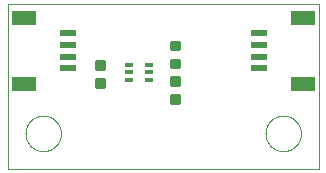
<source format=gtp>
G75*
%MOIN*%
%OFA0B0*%
%FSLAX25Y25*%
%IPPOS*%
%LPD*%
%AMOC8*
5,1,8,0,0,1.08239X$1,22.5*
%
%ADD10C,0.00000*%
%ADD11C,0.00875*%
%ADD12R,0.05315X0.02362*%
%ADD13R,0.07874X0.04724*%
%ADD14R,0.02953X0.01575*%
D10*
X0001400Y0001400D02*
X0001400Y0056518D01*
X0105022Y0056518D01*
X0105022Y0001400D01*
X0001400Y0001400D01*
X0007305Y0013211D02*
X0007307Y0013364D01*
X0007313Y0013518D01*
X0007323Y0013671D01*
X0007337Y0013823D01*
X0007355Y0013976D01*
X0007377Y0014127D01*
X0007402Y0014278D01*
X0007432Y0014429D01*
X0007466Y0014579D01*
X0007503Y0014727D01*
X0007544Y0014875D01*
X0007589Y0015021D01*
X0007638Y0015167D01*
X0007691Y0015311D01*
X0007747Y0015453D01*
X0007807Y0015594D01*
X0007871Y0015734D01*
X0007938Y0015872D01*
X0008009Y0016008D01*
X0008084Y0016142D01*
X0008161Y0016274D01*
X0008243Y0016404D01*
X0008327Y0016532D01*
X0008415Y0016658D01*
X0008506Y0016781D01*
X0008600Y0016902D01*
X0008698Y0017020D01*
X0008798Y0017136D01*
X0008902Y0017249D01*
X0009008Y0017360D01*
X0009117Y0017468D01*
X0009229Y0017573D01*
X0009343Y0017674D01*
X0009461Y0017773D01*
X0009580Y0017869D01*
X0009702Y0017962D01*
X0009827Y0018051D01*
X0009954Y0018138D01*
X0010083Y0018220D01*
X0010214Y0018300D01*
X0010347Y0018376D01*
X0010482Y0018449D01*
X0010619Y0018518D01*
X0010758Y0018583D01*
X0010898Y0018645D01*
X0011040Y0018703D01*
X0011183Y0018758D01*
X0011328Y0018809D01*
X0011474Y0018856D01*
X0011621Y0018899D01*
X0011769Y0018938D01*
X0011918Y0018974D01*
X0012068Y0019005D01*
X0012219Y0019033D01*
X0012370Y0019057D01*
X0012523Y0019077D01*
X0012675Y0019093D01*
X0012828Y0019105D01*
X0012981Y0019113D01*
X0013134Y0019117D01*
X0013288Y0019117D01*
X0013441Y0019113D01*
X0013594Y0019105D01*
X0013747Y0019093D01*
X0013899Y0019077D01*
X0014052Y0019057D01*
X0014203Y0019033D01*
X0014354Y0019005D01*
X0014504Y0018974D01*
X0014653Y0018938D01*
X0014801Y0018899D01*
X0014948Y0018856D01*
X0015094Y0018809D01*
X0015239Y0018758D01*
X0015382Y0018703D01*
X0015524Y0018645D01*
X0015664Y0018583D01*
X0015803Y0018518D01*
X0015940Y0018449D01*
X0016075Y0018376D01*
X0016208Y0018300D01*
X0016339Y0018220D01*
X0016468Y0018138D01*
X0016595Y0018051D01*
X0016720Y0017962D01*
X0016842Y0017869D01*
X0016961Y0017773D01*
X0017079Y0017674D01*
X0017193Y0017573D01*
X0017305Y0017468D01*
X0017414Y0017360D01*
X0017520Y0017249D01*
X0017624Y0017136D01*
X0017724Y0017020D01*
X0017822Y0016902D01*
X0017916Y0016781D01*
X0018007Y0016658D01*
X0018095Y0016532D01*
X0018179Y0016404D01*
X0018261Y0016274D01*
X0018338Y0016142D01*
X0018413Y0016008D01*
X0018484Y0015872D01*
X0018551Y0015734D01*
X0018615Y0015594D01*
X0018675Y0015453D01*
X0018731Y0015311D01*
X0018784Y0015167D01*
X0018833Y0015021D01*
X0018878Y0014875D01*
X0018919Y0014727D01*
X0018956Y0014579D01*
X0018990Y0014429D01*
X0019020Y0014278D01*
X0019045Y0014127D01*
X0019067Y0013976D01*
X0019085Y0013823D01*
X0019099Y0013671D01*
X0019109Y0013518D01*
X0019115Y0013364D01*
X0019117Y0013211D01*
X0019115Y0013058D01*
X0019109Y0012904D01*
X0019099Y0012751D01*
X0019085Y0012599D01*
X0019067Y0012446D01*
X0019045Y0012295D01*
X0019020Y0012144D01*
X0018990Y0011993D01*
X0018956Y0011843D01*
X0018919Y0011695D01*
X0018878Y0011547D01*
X0018833Y0011401D01*
X0018784Y0011255D01*
X0018731Y0011111D01*
X0018675Y0010969D01*
X0018615Y0010828D01*
X0018551Y0010688D01*
X0018484Y0010550D01*
X0018413Y0010414D01*
X0018338Y0010280D01*
X0018261Y0010148D01*
X0018179Y0010018D01*
X0018095Y0009890D01*
X0018007Y0009764D01*
X0017916Y0009641D01*
X0017822Y0009520D01*
X0017724Y0009402D01*
X0017624Y0009286D01*
X0017520Y0009173D01*
X0017414Y0009062D01*
X0017305Y0008954D01*
X0017193Y0008849D01*
X0017079Y0008748D01*
X0016961Y0008649D01*
X0016842Y0008553D01*
X0016720Y0008460D01*
X0016595Y0008371D01*
X0016468Y0008284D01*
X0016339Y0008202D01*
X0016208Y0008122D01*
X0016075Y0008046D01*
X0015940Y0007973D01*
X0015803Y0007904D01*
X0015664Y0007839D01*
X0015524Y0007777D01*
X0015382Y0007719D01*
X0015239Y0007664D01*
X0015094Y0007613D01*
X0014948Y0007566D01*
X0014801Y0007523D01*
X0014653Y0007484D01*
X0014504Y0007448D01*
X0014354Y0007417D01*
X0014203Y0007389D01*
X0014052Y0007365D01*
X0013899Y0007345D01*
X0013747Y0007329D01*
X0013594Y0007317D01*
X0013441Y0007309D01*
X0013288Y0007305D01*
X0013134Y0007305D01*
X0012981Y0007309D01*
X0012828Y0007317D01*
X0012675Y0007329D01*
X0012523Y0007345D01*
X0012370Y0007365D01*
X0012219Y0007389D01*
X0012068Y0007417D01*
X0011918Y0007448D01*
X0011769Y0007484D01*
X0011621Y0007523D01*
X0011474Y0007566D01*
X0011328Y0007613D01*
X0011183Y0007664D01*
X0011040Y0007719D01*
X0010898Y0007777D01*
X0010758Y0007839D01*
X0010619Y0007904D01*
X0010482Y0007973D01*
X0010347Y0008046D01*
X0010214Y0008122D01*
X0010083Y0008202D01*
X0009954Y0008284D01*
X0009827Y0008371D01*
X0009702Y0008460D01*
X0009580Y0008553D01*
X0009461Y0008649D01*
X0009343Y0008748D01*
X0009229Y0008849D01*
X0009117Y0008954D01*
X0009008Y0009062D01*
X0008902Y0009173D01*
X0008798Y0009286D01*
X0008698Y0009402D01*
X0008600Y0009520D01*
X0008506Y0009641D01*
X0008415Y0009764D01*
X0008327Y0009890D01*
X0008243Y0010018D01*
X0008161Y0010148D01*
X0008084Y0010280D01*
X0008009Y0010414D01*
X0007938Y0010550D01*
X0007871Y0010688D01*
X0007807Y0010828D01*
X0007747Y0010969D01*
X0007691Y0011111D01*
X0007638Y0011255D01*
X0007589Y0011401D01*
X0007544Y0011547D01*
X0007503Y0011695D01*
X0007466Y0011843D01*
X0007432Y0011993D01*
X0007402Y0012144D01*
X0007377Y0012295D01*
X0007355Y0012446D01*
X0007337Y0012599D01*
X0007323Y0012751D01*
X0007313Y0012904D01*
X0007307Y0013058D01*
X0007305Y0013211D01*
X0087305Y0013211D02*
X0087307Y0013364D01*
X0087313Y0013518D01*
X0087323Y0013671D01*
X0087337Y0013823D01*
X0087355Y0013976D01*
X0087377Y0014127D01*
X0087402Y0014278D01*
X0087432Y0014429D01*
X0087466Y0014579D01*
X0087503Y0014727D01*
X0087544Y0014875D01*
X0087589Y0015021D01*
X0087638Y0015167D01*
X0087691Y0015311D01*
X0087747Y0015453D01*
X0087807Y0015594D01*
X0087871Y0015734D01*
X0087938Y0015872D01*
X0088009Y0016008D01*
X0088084Y0016142D01*
X0088161Y0016274D01*
X0088243Y0016404D01*
X0088327Y0016532D01*
X0088415Y0016658D01*
X0088506Y0016781D01*
X0088600Y0016902D01*
X0088698Y0017020D01*
X0088798Y0017136D01*
X0088902Y0017249D01*
X0089008Y0017360D01*
X0089117Y0017468D01*
X0089229Y0017573D01*
X0089343Y0017674D01*
X0089461Y0017773D01*
X0089580Y0017869D01*
X0089702Y0017962D01*
X0089827Y0018051D01*
X0089954Y0018138D01*
X0090083Y0018220D01*
X0090214Y0018300D01*
X0090347Y0018376D01*
X0090482Y0018449D01*
X0090619Y0018518D01*
X0090758Y0018583D01*
X0090898Y0018645D01*
X0091040Y0018703D01*
X0091183Y0018758D01*
X0091328Y0018809D01*
X0091474Y0018856D01*
X0091621Y0018899D01*
X0091769Y0018938D01*
X0091918Y0018974D01*
X0092068Y0019005D01*
X0092219Y0019033D01*
X0092370Y0019057D01*
X0092523Y0019077D01*
X0092675Y0019093D01*
X0092828Y0019105D01*
X0092981Y0019113D01*
X0093134Y0019117D01*
X0093288Y0019117D01*
X0093441Y0019113D01*
X0093594Y0019105D01*
X0093747Y0019093D01*
X0093899Y0019077D01*
X0094052Y0019057D01*
X0094203Y0019033D01*
X0094354Y0019005D01*
X0094504Y0018974D01*
X0094653Y0018938D01*
X0094801Y0018899D01*
X0094948Y0018856D01*
X0095094Y0018809D01*
X0095239Y0018758D01*
X0095382Y0018703D01*
X0095524Y0018645D01*
X0095664Y0018583D01*
X0095803Y0018518D01*
X0095940Y0018449D01*
X0096075Y0018376D01*
X0096208Y0018300D01*
X0096339Y0018220D01*
X0096468Y0018138D01*
X0096595Y0018051D01*
X0096720Y0017962D01*
X0096842Y0017869D01*
X0096961Y0017773D01*
X0097079Y0017674D01*
X0097193Y0017573D01*
X0097305Y0017468D01*
X0097414Y0017360D01*
X0097520Y0017249D01*
X0097624Y0017136D01*
X0097724Y0017020D01*
X0097822Y0016902D01*
X0097916Y0016781D01*
X0098007Y0016658D01*
X0098095Y0016532D01*
X0098179Y0016404D01*
X0098261Y0016274D01*
X0098338Y0016142D01*
X0098413Y0016008D01*
X0098484Y0015872D01*
X0098551Y0015734D01*
X0098615Y0015594D01*
X0098675Y0015453D01*
X0098731Y0015311D01*
X0098784Y0015167D01*
X0098833Y0015021D01*
X0098878Y0014875D01*
X0098919Y0014727D01*
X0098956Y0014579D01*
X0098990Y0014429D01*
X0099020Y0014278D01*
X0099045Y0014127D01*
X0099067Y0013976D01*
X0099085Y0013823D01*
X0099099Y0013671D01*
X0099109Y0013518D01*
X0099115Y0013364D01*
X0099117Y0013211D01*
X0099115Y0013058D01*
X0099109Y0012904D01*
X0099099Y0012751D01*
X0099085Y0012599D01*
X0099067Y0012446D01*
X0099045Y0012295D01*
X0099020Y0012144D01*
X0098990Y0011993D01*
X0098956Y0011843D01*
X0098919Y0011695D01*
X0098878Y0011547D01*
X0098833Y0011401D01*
X0098784Y0011255D01*
X0098731Y0011111D01*
X0098675Y0010969D01*
X0098615Y0010828D01*
X0098551Y0010688D01*
X0098484Y0010550D01*
X0098413Y0010414D01*
X0098338Y0010280D01*
X0098261Y0010148D01*
X0098179Y0010018D01*
X0098095Y0009890D01*
X0098007Y0009764D01*
X0097916Y0009641D01*
X0097822Y0009520D01*
X0097724Y0009402D01*
X0097624Y0009286D01*
X0097520Y0009173D01*
X0097414Y0009062D01*
X0097305Y0008954D01*
X0097193Y0008849D01*
X0097079Y0008748D01*
X0096961Y0008649D01*
X0096842Y0008553D01*
X0096720Y0008460D01*
X0096595Y0008371D01*
X0096468Y0008284D01*
X0096339Y0008202D01*
X0096208Y0008122D01*
X0096075Y0008046D01*
X0095940Y0007973D01*
X0095803Y0007904D01*
X0095664Y0007839D01*
X0095524Y0007777D01*
X0095382Y0007719D01*
X0095239Y0007664D01*
X0095094Y0007613D01*
X0094948Y0007566D01*
X0094801Y0007523D01*
X0094653Y0007484D01*
X0094504Y0007448D01*
X0094354Y0007417D01*
X0094203Y0007389D01*
X0094052Y0007365D01*
X0093899Y0007345D01*
X0093747Y0007329D01*
X0093594Y0007317D01*
X0093441Y0007309D01*
X0093288Y0007305D01*
X0093134Y0007305D01*
X0092981Y0007309D01*
X0092828Y0007317D01*
X0092675Y0007329D01*
X0092523Y0007345D01*
X0092370Y0007365D01*
X0092219Y0007389D01*
X0092068Y0007417D01*
X0091918Y0007448D01*
X0091769Y0007484D01*
X0091621Y0007523D01*
X0091474Y0007566D01*
X0091328Y0007613D01*
X0091183Y0007664D01*
X0091040Y0007719D01*
X0090898Y0007777D01*
X0090758Y0007839D01*
X0090619Y0007904D01*
X0090482Y0007973D01*
X0090347Y0008046D01*
X0090214Y0008122D01*
X0090083Y0008202D01*
X0089954Y0008284D01*
X0089827Y0008371D01*
X0089702Y0008460D01*
X0089580Y0008553D01*
X0089461Y0008649D01*
X0089343Y0008748D01*
X0089229Y0008849D01*
X0089117Y0008954D01*
X0089008Y0009062D01*
X0088902Y0009173D01*
X0088798Y0009286D01*
X0088698Y0009402D01*
X0088600Y0009520D01*
X0088506Y0009641D01*
X0088415Y0009764D01*
X0088327Y0009890D01*
X0088243Y0010018D01*
X0088161Y0010148D01*
X0088084Y0010280D01*
X0088009Y0010414D01*
X0087938Y0010550D01*
X0087871Y0010688D01*
X0087807Y0010828D01*
X0087747Y0010969D01*
X0087691Y0011111D01*
X0087638Y0011255D01*
X0087589Y0011401D01*
X0087544Y0011547D01*
X0087503Y0011695D01*
X0087466Y0011843D01*
X0087432Y0011993D01*
X0087402Y0012144D01*
X0087377Y0012295D01*
X0087355Y0012446D01*
X0087337Y0012599D01*
X0087323Y0012751D01*
X0087313Y0012904D01*
X0087307Y0013058D01*
X0087305Y0013211D01*
D11*
X0055918Y0023469D02*
X0055918Y0026095D01*
X0058544Y0026095D01*
X0058544Y0023469D01*
X0055918Y0023469D01*
X0055918Y0024343D02*
X0058544Y0024343D01*
X0058544Y0025217D02*
X0055918Y0025217D01*
X0055918Y0026091D02*
X0058544Y0026091D01*
X0055918Y0029469D02*
X0055918Y0032095D01*
X0058544Y0032095D01*
X0058544Y0029469D01*
X0055918Y0029469D01*
X0055918Y0030343D02*
X0058544Y0030343D01*
X0058544Y0031217D02*
X0055918Y0031217D01*
X0055918Y0032091D02*
X0058544Y0032091D01*
X0058582Y0035205D02*
X0058582Y0037831D01*
X0058582Y0035205D02*
X0055956Y0035205D01*
X0055956Y0037831D01*
X0058582Y0037831D01*
X0058582Y0036079D02*
X0055956Y0036079D01*
X0055956Y0036953D02*
X0058582Y0036953D01*
X0058582Y0037827D02*
X0055956Y0037827D01*
X0058582Y0041205D02*
X0058582Y0043831D01*
X0058582Y0041205D02*
X0055956Y0041205D01*
X0055956Y0043831D01*
X0058582Y0043831D01*
X0058582Y0042079D02*
X0055956Y0042079D01*
X0055956Y0042953D02*
X0058582Y0042953D01*
X0058582Y0043827D02*
X0055956Y0043827D01*
X0033575Y0037463D02*
X0033575Y0034837D01*
X0030949Y0034837D01*
X0030949Y0037463D01*
X0033575Y0037463D01*
X0033575Y0035711D02*
X0030949Y0035711D01*
X0030949Y0036585D02*
X0033575Y0036585D01*
X0033575Y0037459D02*
X0030949Y0037459D01*
X0033575Y0031463D02*
X0033575Y0028837D01*
X0030949Y0028837D01*
X0030949Y0031463D01*
X0033575Y0031463D01*
X0033575Y0029711D02*
X0030949Y0029711D01*
X0030949Y0030585D02*
X0033575Y0030585D01*
X0033575Y0031459D02*
X0030949Y0031459D01*
D12*
X0021400Y0034865D03*
X0021400Y0038802D03*
X0021400Y0042739D03*
X0021400Y0046676D03*
X0085243Y0046676D03*
X0085243Y0042739D03*
X0085243Y0038802D03*
X0085243Y0034865D03*
D13*
X0099712Y0029746D03*
X0099712Y0051794D03*
X0006931Y0051794D03*
X0006931Y0029746D03*
D14*
X0041820Y0031059D03*
X0041820Y0033618D03*
X0041820Y0036177D03*
X0048317Y0036177D03*
X0048317Y0033677D03*
X0048317Y0031059D03*
M02*

</source>
